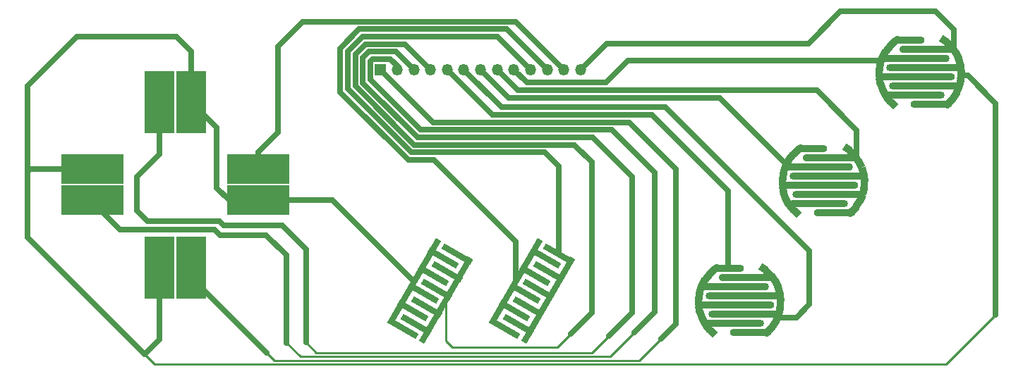
<source format=gtl>
%TF.GenerationSoftware,KiCad,Pcbnew,(6.0.0)*%
%TF.CreationDate,2022-03-13T17:56:51-04:00*%
%TF.ProjectId,jaguar controller top pcb,6a616775-6172-4206-936f-6e74726f6c6c,rev?*%
%TF.SameCoordinates,Original*%
%TF.FileFunction,Copper,L1,Top*%
%TF.FilePolarity,Positive*%
%FSLAX46Y46*%
G04 Gerber Fmt 4.6, Leading zero omitted, Abs format (unit mm)*
G04 Created by KiCad (PCBNEW (6.0.0)) date 2022-03-13 17:56:51*
%MOMM*%
%LPD*%
G01*
G04 APERTURE LIST*
G04 Aperture macros list*
%AMRoundRect*
0 Rectangle with rounded corners*
0 $1 Rounding radius*
0 $2 $3 $4 $5 $6 $7 $8 $9 X,Y pos of 4 corners*
0 Add a 4 corners polygon primitive as box body*
4,1,4,$2,$3,$4,$5,$6,$7,$8,$9,$2,$3,0*
0 Add four circle primitives for the rounded corners*
1,1,$1+$1,$2,$3*
1,1,$1+$1,$4,$5*
1,1,$1+$1,$6,$7*
1,1,$1+$1,$8,$9*
0 Add four rect primitives between the rounded corners*
20,1,$1+$1,$2,$3,$4,$5,0*
20,1,$1+$1,$4,$5,$6,$7,0*
20,1,$1+$1,$6,$7,$8,$9,0*
20,1,$1+$1,$8,$9,$2,$3,0*%
%AMRotRect*
0 Rectangle, with rotation*
0 The origin of the aperture is its center*
0 $1 length*
0 $2 width*
0 $3 Rotation angle, in degrees counterclockwise*
0 Add horizontal line*
21,1,$1,$2,0,0,$3*%
G04 Aperture macros list end*
%TA.AperFunction,SMDPad,CuDef*%
%ADD10O,7.082827X0.900000*%
%TD*%
%TA.AperFunction,SMDPad,CuDef*%
%ADD11RotRect,0.900000X0.900000X209.345165*%
%TD*%
%TA.AperFunction,SMDPad,CuDef*%
%ADD12RotRect,0.900000X0.900000X190.121977*%
%TD*%
%TA.AperFunction,SMDPad,CuDef*%
%ADD13O,8.123471X0.900000*%
%TD*%
%TA.AperFunction,SMDPad,CuDef*%
%ADD14RoundRect,0.225000X0.313578X-0.054024X0.054024X0.313578X-0.313578X0.054024X-0.054024X-0.313578X0*%
%TD*%
%TA.AperFunction,SMDPad,CuDef*%
%ADD15RotRect,0.900000X0.900000X228.568352*%
%TD*%
%TA.AperFunction,SMDPad,CuDef*%
%ADD16RotRect,0.900000X0.900000X142.064007*%
%TD*%
%TA.AperFunction,SMDPad,CuDef*%
%ADD17O,9.063382X0.900000*%
%TD*%
%TA.AperFunction,SMDPad,CuDef*%
%ADD18RotRect,0.900000X0.900000X151.675601*%
%TD*%
%TA.AperFunction,SMDPad,CuDef*%
%ADD19O,3.810000X0.900000*%
%TD*%
%TA.AperFunction,SMDPad,CuDef*%
%ADD20RotRect,0.900000X0.900000X132.452413*%
%TD*%
%TA.AperFunction,SMDPad,CuDef*%
%ADD21RotRect,0.900000X0.900000X218.956759*%
%TD*%
%TA.AperFunction,SMDPad,CuDef*%
%ADD22RotRect,0.900000X0.900000X199.733571*%
%TD*%
%TA.AperFunction,SMDPad,CuDef*%
%ADD23RotRect,0.900000X0.900000X170.898789*%
%TD*%
%TA.AperFunction,SMDPad,CuDef*%
%ADD24RotRect,0.900000X0.900000X161.287195*%
%TD*%
%TA.AperFunction,SMDPad,CuDef*%
%ADD25RotRect,0.900000X0.900000X180.510383*%
%TD*%
%TA.AperFunction,SMDPad,CuDef*%
%ADD26RotRect,0.900000X0.900000X54.774382*%
%TD*%
%TA.AperFunction,SMDPad,CuDef*%
%ADD27RotRect,0.900000X0.900000X357.104818*%
%TD*%
%TA.AperFunction,SMDPad,CuDef*%
%ADD28RotRect,0.900000X0.900000X25.939600*%
%TD*%
%TA.AperFunction,SMDPad,CuDef*%
%ADD29RotRect,0.900000X0.900000X35.551194*%
%TD*%
%TA.AperFunction,SMDPad,CuDef*%
%ADD30RotRect,0.900000X0.900000X328.270036*%
%TD*%
%TA.AperFunction,SMDPad,CuDef*%
%ADD31O,4.997485X0.888414*%
%TD*%
%TA.AperFunction,SMDPad,CuDef*%
%ADD32RotRect,0.900000X0.900000X16.328006*%
%TD*%
%TA.AperFunction,SMDPad,CuDef*%
%ADD33RotRect,0.900000X0.900000X347.493224*%
%TD*%
%TA.AperFunction,SMDPad,CuDef*%
%ADD34O,8.438907X0.900000*%
%TD*%
%TA.AperFunction,SMDPad,CuDef*%
%ADD35RoundRect,0.225000X-0.317581X0.019808X-0.019808X-0.317581X0.317581X-0.019808X0.019808X0.317581X0*%
%TD*%
%TA.AperFunction,SMDPad,CuDef*%
%ADD36RotRect,0.900000X0.900000X318.658442*%
%TD*%
%TA.AperFunction,SMDPad,CuDef*%
%ADD37RotRect,0.900000X0.900000X337.881630*%
%TD*%
%TA.AperFunction,SMDPad,CuDef*%
%ADD38RotRect,0.900000X0.900000X45.162788*%
%TD*%
%TA.AperFunction,SMDPad,CuDef*%
%ADD39O,8.938889X0.900000*%
%TD*%
%TA.AperFunction,SMDPad,CuDef*%
%ADD40RotRect,0.900000X0.900000X6.716412*%
%TD*%
%TA.AperFunction,SMDPad,CuDef*%
%ADD41O,6.457911X0.900000*%
%TD*%
%TA.AperFunction,SMDPad,CuDef*%
%ADD42R,3.650000X7.410000*%
%TD*%
%TA.AperFunction,SMDPad,CuDef*%
%ADD43RotRect,3.970000X0.720000X150.000000*%
%TD*%
%TA.AperFunction,SMDPad,CuDef*%
%ADD44RotRect,0.720000X11.720000X150.000000*%
%TD*%
%TA.AperFunction,SMDPad,CuDef*%
%ADD45R,7.410000X3.650000*%
%TD*%
%TA.AperFunction,ComponentPad*%
%ADD46R,1.350000X1.350000*%
%TD*%
%TA.AperFunction,ComponentPad*%
%ADD47O,1.350000X1.350000*%
%TD*%
%TA.AperFunction,Conductor*%
%ADD48C,0.700000*%
%TD*%
%TA.AperFunction,Conductor*%
%ADD49C,0.250000*%
%TD*%
G04 APERTURE END LIST*
D10*
%TO.P,SW7,1,1*%
%TO.N,Net-(J1-Pad5)*%
X86321103Y-40115000D03*
D11*
X82675677Y-39938692D03*
D12*
X82121498Y-38393783D03*
D13*
X86454133Y-35715000D03*
D14*
X84125040Y-33515001D03*
D15*
X83707617Y-41215000D03*
D16*
X83083550Y-34508353D03*
D17*
X86591794Y-37915000D03*
D18*
X82633447Y-35198014D03*
D19*
X85542520Y-33515000D03*
D20*
X83642485Y-33903526D03*
D21*
X83137995Y-40620226D03*
D22*
X82333644Y-39189534D03*
D23*
X82106878Y-36752551D03*
D24*
X82304814Y-35953147D03*
D25*
X82045196Y-37573781D03*
D26*
%TO.P,SW7,2,2*%
%TO.N,Net-(J1-Pad6)*%
X89794960Y-33515000D03*
D27*
X91868726Y-37778251D03*
D28*
X91379841Y-35380064D03*
D29*
X90958825Y-34672271D03*
D30*
X91140385Y-40114879D03*
D31*
X88294815Y-41215000D03*
D32*
X91676768Y-36148218D03*
D33*
X91758369Y-38594368D03*
D34*
X87425842Y-39015000D03*
D35*
X90212383Y-41215000D03*
D36*
X90650109Y-40776585D03*
D37*
X91513295Y-39380602D03*
D38*
X90425541Y-34044710D03*
D39*
X87353270Y-36815000D03*
D40*
X91841269Y-36955166D03*
D41*
X87688315Y-34615000D03*
%TD*%
D42*
%TO.P,SW3,1,1*%
%TO.N,Net-(J1-Pad13)*%
X17370000Y-33400000D03*
%TO.P,SW3,2,2*%
%TO.N,Net-(J1-Pad1)*%
X21130000Y-33400000D03*
%TD*%
D43*
%TO.P,SW5,1,1*%
%TO.N,Net-(J1-Pad13)*%
X50181725Y-34328834D03*
D44*
X47864433Y-35092500D03*
D43*
X51401725Y-32215732D03*
X48961725Y-36441936D03*
X46521725Y-40668140D03*
X47741725Y-38555038D03*
%TO.P,SW5,2,2*%
%TO.N,Net-(J1-Pad4)*%
X48188275Y-40221589D03*
X50628275Y-35995385D03*
X49408275Y-38108487D03*
D44*
X51735567Y-37327500D03*
D43*
X51848275Y-33882283D03*
X53068275Y-31769181D03*
%TD*%
D25*
%TO.P,SW9,1,1*%
%TO.N,Net-(J1-Pad9)*%
X103725196Y-10113781D03*
D11*
X104355677Y-12478692D03*
D24*
X103984814Y-8493147D03*
D10*
X108001103Y-12655000D03*
D15*
X105387617Y-13755000D03*
D16*
X104763550Y-7048353D03*
D19*
X107222520Y-6055000D03*
D18*
X104313447Y-7738014D03*
D23*
X103786878Y-9292551D03*
D20*
X105322485Y-6443526D03*
D13*
X108134133Y-8255000D03*
D22*
X104013644Y-11729534D03*
D17*
X108271794Y-10455000D03*
D21*
X104817995Y-13160226D03*
D12*
X103801498Y-10933783D03*
D14*
X105805040Y-6055001D03*
D41*
%TO.P,SW9,2,2*%
%TO.N,Net-(J1-Pad13)*%
X109368315Y-7155000D03*
D32*
X113356768Y-8688218D03*
D26*
X111474960Y-6055000D03*
D40*
X113521269Y-9495166D03*
D36*
X112330109Y-13316585D03*
D37*
X113193295Y-11920602D03*
D33*
X113438369Y-11134368D03*
D34*
X109105842Y-11555000D03*
D28*
X113059841Y-7920064D03*
D27*
X113548726Y-10318251D03*
D31*
X109974815Y-13755000D03*
D39*
X109033270Y-9355000D03*
D38*
X112105541Y-6584710D03*
D30*
X112820385Y-12654879D03*
D29*
X112638825Y-7212271D03*
D35*
X111892383Y-13755000D03*
%TD*%
D43*
%TO.P,SW6,1,1*%
%TO.N,Net-(J1-Pad11)*%
X58731725Y-40668140D03*
D44*
X60074433Y-35092500D03*
D43*
X63611725Y-32215732D03*
X59951725Y-38555038D03*
X62391725Y-34328834D03*
X61171725Y-36441936D03*
%TO.P,SW6,2,2*%
%TO.N,Net-(J1-Pad10)*%
X62838275Y-35995385D03*
X65278275Y-31769181D03*
X61618275Y-38108487D03*
X60398275Y-40221589D03*
X64058275Y-33882283D03*
D44*
X63945567Y-37327500D03*
%TD*%
D45*
%TO.P,SW1,1,1*%
%TO.N,Net-(J1-Pad13)*%
X9280000Y-21550000D03*
%TO.P,SW1,2,2*%
%TO.N,Net-(J1-Pad2)*%
X9280000Y-25310000D03*
%TD*%
D42*
%TO.P,SW2,1,1*%
%TO.N,Net-(J1-Pad3)*%
X17370000Y-13460000D03*
%TO.P,SW2,2,2*%
%TO.N,Net-(J1-Pad13)*%
X21130000Y-13460000D03*
%TD*%
D45*
%TO.P,SW4,1,1*%
%TO.N,Net-(J1-Pad13)*%
X29220000Y-25310000D03*
%TO.P,SW4,2,2*%
%TO.N,Net-(J1-Pad12)*%
X29220000Y-21550000D03*
%TD*%
D25*
%TO.P,SW8,1,1*%
%TO.N,Net-(J1-Pad7)*%
X92095196Y-23183781D03*
D10*
X96371103Y-25725000D03*
D15*
X93757617Y-26825000D03*
D24*
X92354814Y-21563147D03*
D12*
X92171498Y-24003783D03*
D20*
X93692485Y-19513526D03*
D16*
X93133550Y-20118353D03*
D13*
X96504133Y-21325000D03*
D21*
X93187995Y-26230226D03*
D18*
X92683447Y-20808014D03*
D11*
X92725677Y-25548692D03*
D19*
X95592520Y-19125000D03*
D14*
X94175040Y-19125001D03*
D22*
X92383644Y-24799534D03*
D23*
X92156878Y-22362551D03*
D17*
X96641794Y-23525000D03*
D36*
%TO.P,SW8,2,2*%
%TO.N,Net-(J1-Pad8)*%
X100700109Y-26386585D03*
D32*
X101726768Y-21758218D03*
D37*
X101563295Y-24990602D03*
D29*
X101008825Y-20282271D03*
D31*
X98344815Y-26825000D03*
D35*
X100262383Y-26825000D03*
D30*
X101190385Y-25724879D03*
D34*
X97475842Y-24625000D03*
D38*
X100475541Y-19654710D03*
D40*
X101891269Y-22565166D03*
D39*
X97403270Y-22425000D03*
D27*
X101918726Y-23388251D03*
D33*
X101808369Y-24204368D03*
D28*
X101429841Y-20990064D03*
D41*
X97738315Y-20225000D03*
D26*
X99844960Y-19125000D03*
%TD*%
D46*
%TO.P,J1,1,Pin_1*%
%TO.N,Net-(J1-Pad1)*%
X43860000Y-9580000D03*
D47*
%TO.P,J1,2,Pin_2*%
%TO.N,Net-(J1-Pad2)*%
X45860000Y-9580000D03*
%TO.P,J1,3,Pin_3*%
%TO.N,Net-(J1-Pad3)*%
X47860000Y-9580000D03*
%TO.P,J1,4,Pin_4*%
%TO.N,Net-(J1-Pad4)*%
X49860000Y-9580000D03*
%TO.P,J1,5,Pin_5*%
%TO.N,Net-(J1-Pad5)*%
X51860000Y-9580000D03*
%TO.P,J1,6,Pin_6*%
%TO.N,Net-(J1-Pad6)*%
X53860000Y-9580000D03*
%TO.P,J1,7,Pin_7*%
%TO.N,Net-(J1-Pad7)*%
X55860000Y-9580000D03*
%TO.P,J1,8,Pin_8*%
%TO.N,Net-(J1-Pad8)*%
X57860000Y-9580000D03*
%TO.P,J1,9,Pin_9*%
%TO.N,Net-(J1-Pad9)*%
X59860000Y-9580000D03*
%TO.P,J1,10,Pin_10*%
%TO.N,Net-(J1-Pad10)*%
X61860000Y-9580000D03*
%TO.P,J1,11,Pin_11*%
%TO.N,Net-(J1-Pad11)*%
X63860000Y-9580000D03*
%TO.P,J1,12,Pin_12*%
%TO.N,Net-(J1-Pad12)*%
X65860000Y-9580000D03*
%TO.P,J1,13,Pin_13*%
%TO.N,Net-(J1-Pad13)*%
X67860000Y-9580000D03*
%TD*%
D48*
%TO.N,Net-(J1-Pad13)*%
X29220000Y-25310000D02*
X38081933Y-25310000D01*
X95203800Y-6447000D02*
X99060000Y-2590800D01*
X7391400Y-5638800D02*
X1473200Y-11557000D01*
X117678200Y-13652097D02*
X114344354Y-10318251D01*
X21130000Y-13460000D02*
X21130000Y-7388600D01*
X38081933Y-25310000D02*
X47864433Y-35092500D01*
X17370000Y-42040600D02*
X15570200Y-43840400D01*
X112638825Y-4765025D02*
X112638825Y-7212271D01*
X114344354Y-10318251D02*
X113548726Y-10318251D01*
X19380200Y-5638800D02*
X7391400Y-5638800D01*
X67860000Y-9580000D02*
X70993000Y-6447000D01*
X24180800Y-23799800D02*
X24180800Y-16510800D01*
X1818000Y-21550000D02*
X1473200Y-21894800D01*
D49*
X111757640Y-44985760D02*
X117703600Y-39039800D01*
D48*
X110464600Y-2590800D02*
X112638825Y-4765025D01*
D49*
X15570200Y-43840400D02*
X16715560Y-44985760D01*
D48*
X117678200Y-39014400D02*
X117678200Y-13652097D01*
X1473200Y-11557000D02*
X1473200Y-21894800D01*
X29220000Y-25310000D02*
X25691000Y-25310000D01*
X70993000Y-6447000D02*
X95203800Y-6447000D01*
X9280000Y-21550000D02*
X1818000Y-21550000D01*
X99060000Y-2590800D02*
X110464600Y-2590800D01*
X17370000Y-33400000D02*
X17370000Y-42040600D01*
X117703600Y-39039800D02*
X117678200Y-39014400D01*
X1473200Y-21894800D02*
X1473200Y-29743400D01*
X24180800Y-16510800D02*
X21130000Y-13460000D01*
X25691000Y-25310000D02*
X24180800Y-23799800D01*
D49*
X16715560Y-44985760D02*
X111757640Y-44985760D01*
D48*
X1473200Y-29743400D02*
X15570200Y-43840400D01*
X21130000Y-7388600D02*
X19380200Y-5638800D01*
%TO.N,Net-(J1-Pad2)*%
X23952200Y-28854400D02*
X24587200Y-29489400D01*
D49*
X32562800Y-42418000D02*
X34231520Y-44086720D01*
D48*
X74320400Y-41198800D02*
X76758800Y-38760400D01*
X76758800Y-38760400D02*
X76758800Y-21973114D01*
X9280000Y-25561400D02*
X12573000Y-28854400D01*
X42635489Y-10804511D02*
X42635489Y-8570911D01*
X9280000Y-25310000D02*
X9280000Y-25561400D01*
X45060222Y-8331200D02*
X45860000Y-9130978D01*
X24587200Y-29489400D02*
X30149800Y-29489400D01*
X71611006Y-16825320D02*
X48656298Y-16825320D01*
X12573000Y-28854400D02*
X23952200Y-28854400D01*
X30149800Y-29489400D02*
X32562800Y-31902400D01*
X42875200Y-8331200D02*
X45060222Y-8331200D01*
X45860000Y-9130978D02*
X45860000Y-9580000D01*
D49*
X71432480Y-44086720D02*
X74320400Y-41198800D01*
D48*
X76758800Y-21973114D02*
X71611006Y-16825320D01*
D49*
X34231520Y-44086720D02*
X71432480Y-44086720D01*
D48*
X48656298Y-16825320D02*
X42635489Y-10804511D01*
X42635489Y-8570911D02*
X42875200Y-8331200D01*
X32562800Y-31902400D02*
X32562800Y-42418000D01*
%TO.N,Net-(J1-Pad3)*%
X14605000Y-22504400D02*
X14605000Y-26517600D01*
X42453920Y-7431680D02*
X41735969Y-8149631D01*
X41735969Y-11177105D02*
X48313464Y-17754600D01*
X48313464Y-17754600D02*
X69342000Y-17754600D01*
X24536400Y-27838400D02*
X25019000Y-28321000D01*
X74053700Y-22466300D02*
X74053700Y-38798500D01*
X32054800Y-28321000D02*
X34925000Y-31191200D01*
X15925800Y-27838400D02*
X24536400Y-27838400D01*
X74053700Y-38798500D02*
X71272400Y-41579800D01*
X47860000Y-9580000D02*
X45711680Y-7431680D01*
D49*
X36169600Y-43637200D02*
X34925000Y-42392600D01*
X71272400Y-41579800D02*
X69215000Y-43637200D01*
D48*
X14605000Y-26517600D02*
X15925800Y-27838400D01*
X17370000Y-19739400D02*
X14605000Y-22504400D01*
X41735969Y-8149631D02*
X41735969Y-11177105D01*
X17370000Y-13460000D02*
X17370000Y-19739400D01*
X34925000Y-31191200D02*
X34925000Y-42392600D01*
X69342000Y-17754600D02*
X74053700Y-22466300D01*
D49*
X69215000Y-43637200D02*
X36169600Y-43637200D01*
D48*
X45711680Y-7431680D02*
X42453920Y-7431680D01*
X25019000Y-28321000D02*
X32054800Y-28321000D01*
%TO.N,Net-(J1-Pad1)*%
X50205800Y-15925800D02*
X50210160Y-15921440D01*
X21130000Y-33400000D02*
X21130000Y-34566600D01*
X43860000Y-9580000D02*
X50205800Y-15925800D01*
X79324200Y-21564600D02*
X79324200Y-40132000D01*
X79324200Y-40132000D02*
X77520800Y-41935400D01*
D49*
X74919960Y-44536240D02*
X31099640Y-44536240D01*
D48*
X21130000Y-34566600D02*
X30226000Y-43662600D01*
X73681040Y-15921440D02*
X79324200Y-21564600D01*
D49*
X77520800Y-41935400D02*
X74919960Y-44536240D01*
X31099640Y-44536240D02*
X30226000Y-43662600D01*
D48*
X50210160Y-15921440D02*
X73681040Y-15921440D01*
%TO.N,Net-(J1-Pad12)*%
X60113600Y-3833600D02*
X34520400Y-3833600D01*
X31546800Y-17145000D02*
X29220000Y-19471800D01*
X29220000Y-19471800D02*
X29220000Y-21550000D01*
X34520400Y-3833600D02*
X31546800Y-6807200D01*
X31546800Y-6807200D02*
X31546800Y-17145000D01*
X65860000Y-9580000D02*
X60113600Y-3833600D01*
%TO.N,Net-(J1-Pad4)*%
X40836449Y-7777038D02*
X40836449Y-11549699D01*
D49*
X51735567Y-42210567D02*
X52501800Y-42976800D01*
D48*
X46812160Y-6532160D02*
X42081326Y-6532160D01*
D49*
X51735567Y-37327500D02*
X51735567Y-42210567D01*
D48*
X69240400Y-38836600D02*
X66700400Y-41376600D01*
D49*
X52501800Y-42976800D02*
X65100200Y-42976800D01*
D48*
X69240400Y-20736920D02*
X69240400Y-38836600D01*
X40836449Y-11549699D02*
X47940871Y-18654120D01*
D49*
X65100200Y-42976800D02*
X66700400Y-41376600D01*
D48*
X67157600Y-18654120D02*
X69240400Y-20736920D01*
X49860000Y-9580000D02*
X46812160Y-6532160D01*
X42081326Y-6532160D02*
X40836449Y-7777038D01*
X47940871Y-18654120D02*
X67157600Y-18654120D01*
%TO.N,Net-(J1-Pad11)*%
X50298160Y-20453160D02*
X60074433Y-30229433D01*
X41336139Y-4733120D02*
X39037410Y-7031849D01*
X39037410Y-7031849D02*
X39037410Y-12294886D01*
X47195685Y-20453160D02*
X50298160Y-20453160D01*
X39037410Y-12294886D02*
X47195685Y-20453160D01*
X59013120Y-4733120D02*
X41336139Y-4733120D01*
X60074433Y-30229433D02*
X60074433Y-35092500D01*
X63860000Y-9580000D02*
X59013120Y-4733120D01*
%TO.N,Net-(J1-Pad10)*%
X41708732Y-5632641D02*
X39936930Y-7404443D01*
X61860000Y-9580000D02*
X57912640Y-5632640D01*
X39936930Y-11922293D02*
X47568278Y-19553640D01*
X65278275Y-21234675D02*
X65278275Y-31769181D01*
X47568278Y-19553640D02*
X63597240Y-19553640D01*
X57912640Y-5632640D02*
X41708732Y-5632641D01*
X39936930Y-7404443D02*
X39936930Y-11922293D01*
X63597240Y-19553640D02*
X65278275Y-21234675D01*
%TO.N,Net-(J1-Pad5)*%
X57301920Y-15021920D02*
X51860000Y-9580000D01*
X85542520Y-33515000D02*
X85542520Y-24161240D01*
X76403200Y-15021920D02*
X57301920Y-15021920D01*
X85542520Y-24161240D02*
X76403200Y-15021920D01*
%TO.N,Net-(J1-Pad6)*%
X93766198Y-39380602D02*
X91513295Y-39380602D01*
X95326200Y-37820600D02*
X93766198Y-39380602D01*
X53860000Y-9580000D02*
X58402400Y-14122400D01*
X78054200Y-14122400D02*
X95326200Y-31394400D01*
X58402400Y-14122400D02*
X78054200Y-14122400D01*
X95326200Y-31394400D02*
X95326200Y-37820600D01*
%TO.N,Net-(J1-Pad7)*%
X92683447Y-20808014D02*
X92385214Y-20808014D01*
X84567120Y-12989920D02*
X59269920Y-12989920D01*
X92385214Y-20808014D02*
X84567120Y-12989920D01*
X59269920Y-12989920D02*
X55860000Y-9580000D01*
%TO.N,Net-(J1-Pad8)*%
X60370400Y-12090400D02*
X96215200Y-12090400D01*
X101008825Y-16884025D02*
X101008825Y-20282271D01*
X57860000Y-9580000D02*
X60370400Y-12090400D01*
X96215200Y-12090400D02*
X101008825Y-16884025D01*
%TO.N,Net-(J1-Pad9)*%
X70904800Y-11162600D02*
X73574253Y-8493147D01*
X59860000Y-9580000D02*
X61442600Y-11162600D01*
X61442600Y-11162600D02*
X70904800Y-11162600D01*
X73574253Y-8493147D02*
X103984814Y-8493147D01*
%TD*%
M02*

</source>
